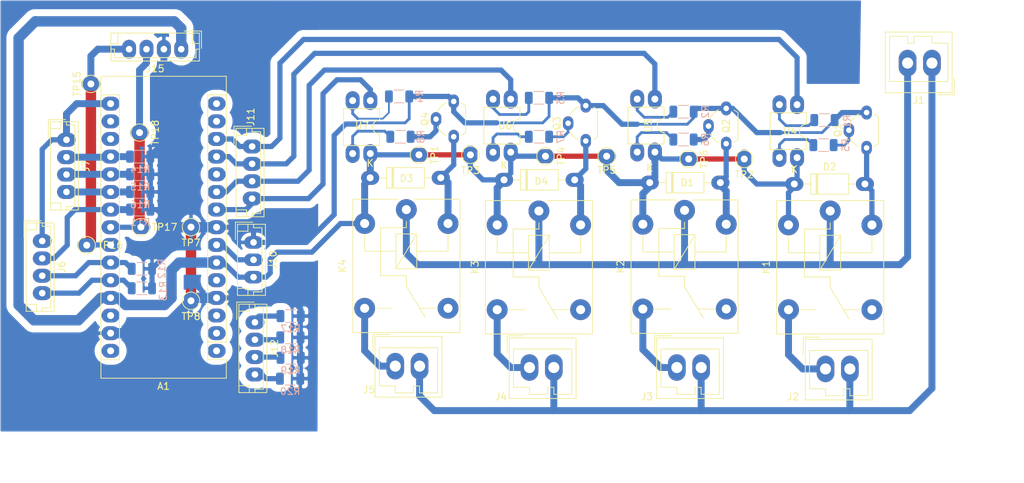
<source format=kicad_pcb>
(kicad_pcb (version 20171130) (host pcbnew "(5.1.9)-1")
  (layers (0 F.Cu signal) (31 B.Cu signal) (34 B.Paste user hide) (35 F.Paste user hide) (36 B.SilkS user) (37 F.SilkS user) (38 B.Mask user) (39 F.Mask user hide) (44 Edge.Cuts user hide))
  (net 0 "")
  (net 1 Neutral)
  (net 2 Live)
  (net 3 "Net-(Q1-Pad2)")
  (net 4 GND)
  (net 5 "Net-(Q2-Pad2)")
  (net 6 "Net-(Q3-Pad2)")
  (net 7 "Net-(Q4-Pad2)")
  (net 8 "Net-(R1-Pad1)")
  (net 9 "Net-(R2-Pad1)")
  (net 10 "Net-(R3-Pad1)")
  (net 11 "Net-(R4-Pad1)")
  (net 12 "Net-(R5-Pad1)")
  (net 13 "Net-(R6-Pad1)")
  (net 14 "Net-(R7-Pad1)")
  (net 15 "Net-(R8-Pad1)")
  (net 16 Sensor1_0)
  (net 17 Sensor1_1)
  (net 18 Sensor1_2)
  (net 19 Sensor2_0)
  (net 20 Sensor_enable)
  (net 21 I2C_SDA)
  (net 22 DHT)
  (net 23 I2C_SCL)
  (net 24 Light_pin)
  (net 25 Sensor2_1)
  (net 26 Mist_Motor)
  (net 27 Sensor2_2)
  (net 28 +5V)
  (net 29 Plant_Motor)
  (net 30 Bucket_Motor)
  (net 31 "Net-(J12-Pad1)")
  (net 32 "Net-(J12-Pad2)")
  (net 33 "Net-(J12-Pad3)")
  (net 34 "Net-(J12-Pad4)")
  (net 35 "Net-(J2-Pad1)")
  (net 36 "Net-(J3-Pad1)")
  (net 37 "Net-(J4-Pad1)")
  (net 38 "Net-(J5-Pad1)")
  (net 39 "Net-(D1-Pad2)")
  (net 40 "Net-(D2-Pad2)")
  (net 41 "Net-(D3-Pad2)")
  (net 42 "Net-(D4-Pad2)")
  (module Connector_Wago:Wago_734-132_1x02_P3.50mm_Vertical (layer F.Cu) (at 198.3 154.8)
    (fp_text reference J3 (at -4.3 4.2) (layer F.SilkS))
    (fp_text value Mist_Motor)
    (pad 2 thru_hole oval (at 3.5 0) (size 2.54 3.81) (drill 1.6) (layers *.Cu *.Mask) (net 1 Neutral))
    (pad 1 thru_hole oval (at 0 0) (size 2.54 3.81) (drill 1.6) (layers *.Cu *.Mask) (net 36 "Net-(J3-Pad1)"))
  )
  (module Package_TO_SOT_THT:TO-92L_Wide (layer F.Cu) (at 225.6 123.2 90)
    (fp_text reference Q1 (at 2.55 -4.15 90) (layer F.SilkS))
    (fp_text value BC547)
    (pad 1 thru_hole oval (at 0 0 90) (size 2 1.5) (drill 0.8) (layers *.Cu *.Mask) (net 40 "Net-(D2-Pad2)"))
    (pad 3 thru_hole oval (at 5.08 0 90) (size 2 1.5) (drill 0.8) (layers *.Cu *.Mask) (net 4 GND))
    (pad 2 thru_hole oval (at 2.54 -2.54 90) (size 2 1.5) (drill 0.8) (layers *.Cu *.Mask) (net 3 "Net-(Q1-Pad2)"))
  )
  (module Package_TO_SOT_THT:TO-92L_Wide (layer F.Cu) (at 166.2 121.6 90)
    (fp_text reference Q4 (at 2.55 -4.15 90) (layer F.SilkS))
    (fp_text value BC547)
    (pad 1 thru_hole oval (at 0 0 90) (size 2 1.5) (drill 0.8) (layers *.Cu *.Mask) (net 41 "Net-(D3-Pad2)"))
    (pad 3 thru_hole oval (at 5.08 0 90) (size 2 1.5) (drill 0.8) (layers *.Cu *.Mask) (net 4 GND))
    (pad 2 thru_hole oval (at 2.54 -2.54 90) (size 2 1.5) (drill 0.8) (layers *.Cu *.Mask) (net 7 "Net-(Q4-Pad2)"))
  )
  (module Package_TO_SOT_THT:TO-92L_Wide (layer F.Cu) (at 185.2 122.2 90)
    (fp_text reference Q3 (at 2.55 -4.15 90) (layer F.SilkS))
    (fp_text value BC547)
    (pad 1 thru_hole oval (at 0 0 90) (size 2 1.5) (drill 0.8) (layers *.Cu *.Mask) (net 42 "Net-(D4-Pad2)"))
    (pad 3 thru_hole oval (at 5.08 0 90) (size 2 1.5) (drill 0.8) (layers *.Cu *.Mask) (net 4 GND))
    (pad 2 thru_hole oval (at 2.54 -2.54 90) (size 2 1.5) (drill 0.8) (layers *.Cu *.Mask) (net 6 "Net-(Q3-Pad2)"))
  )
  (module Package_TO_SOT_THT:TO-92L_Wide (layer F.Cu) (at 205.4 122.6 90)
    (fp_text reference Q2 (at 2.55 0 90) (layer F.SilkS))
    (fp_text value BC547)
    (pad 1 thru_hole oval (at 0 0 90) (size 2 1.5) (drill 0.8) (layers *.Cu *.Mask) (net 39 "Net-(D1-Pad2)"))
    (pad 3 thru_hole oval (at 5.08 0 90) (size 2 1.5) (drill 0.8) (layers *.Cu *.Mask) (net 4 GND))
    (pad 2 thru_hole oval (at 2.54 -2.54 90) (size 2 1.5) (drill 0.8) (layers *.Cu *.Mask) (net 5 "Net-(Q2-Pad2)"))
  )
  (module Connector_Pin:Pin_D1.0mm_L10.0mm (layer F.Cu) (at 121 121 90)
    (fp_text reference TP18 (at 0 2.25 90) (layer F.SilkS))
    (fp_text value 5V)
    (pad 1 thru_hole oval (at 0 0 90) (size 2 2.7) (drill 1) (layers *.Cu *.Mask) (net 21 I2C_SDA))
  )
  (module Connector_Pin:Pin_D1.0mm_L10.0mm (layer F.Cu) (at 121.2 134.6 90)
    (fp_text reference TP17 (at 0 3.4 180) (layer F.SilkS))
    (fp_text value 5V)
    (pad 1 thru_hole oval (at 0 0 90) (size 2 2.7) (drill 1) (layers *.Cu *.Mask) (net 21 I2C_SDA))
  )
  (module Connector_Pin:Pin_D1.0mm_L10.0mm (layer F.Cu) (at 113.4 137.2 90)
    (fp_text reference TP16 (at 0 3.4 180) (layer F.SilkS))
    (fp_text value 5V)
    (pad 1 thru_hole oval (at 0 0 90) (size 2 2.7) (drill 1) (layers *.Cu *.Mask) (net 23 I2C_SCL))
  )
  (module Connector_Pin:Pin_D1.0mm_L10.0mm (layer F.Cu) (at 114 114 90)
    (fp_text reference TP15 (at 0 -2 90) (layer F.SilkS))
    (fp_text value 5V)
    (pad 1 thru_hole oval (at 0 0 90) (size 2 2.7) (drill 1) (layers *.Cu *.Mask) (net 23 I2C_SCL))
  )
  (module Connector_Pin:Pin_D1.0mm_L10.0mm (layer F.Cu) (at 128.4 145.2)
    (fp_text reference TP8 (at 0 2.25) (layer F.SilkS))
    (fp_text value 5V)
    (pad 1 thru_hole oval (at 0 0) (size 2 2.7) (drill 1) (layers *.Cu *.Mask) (net 4 GND))
  )
  (module Connector_Pin:Pin_D1.0mm_L10.0mm (layer F.Cu) (at 128.4 134.6)
    (fp_text reference TP7 (at 0 2.25) (layer F.SilkS))
    (fp_text value 5V)
    (pad 1 thru_hole oval (at 0 0) (size 2 2.7) (drill 1) (layers *.Cu *.Mask) (net 4 GND))
  )
  (module Connector_Pin:Pin_D1.0mm_L10.0mm (layer F.Cu) (at 200 124.8 90)
    (fp_text reference TP6 (at 0 2.25 90) (layer F.SilkS))
    (fp_text value 5V)
    (pad 1 thru_hole oval (at 0 0 90) (size 2 2.7) (drill 1) (layers *.Cu *.Mask) (net 28 +5V))
  )
  (module Connector_Pin:Pin_D1.0mm_L10.0mm (layer F.Cu) (at 188.2 124.4 90)
    (fp_text reference TP5 (at -2 0 180) (layer F.SilkS))
    (fp_text value 5V)
    (pad 1 thru_hole oval (at 0 0 90) (size 2 2.7) (drill 1) (layers *.Cu *.Mask) (net 28 +5V))
  )
  (module Connector_Pin:Pin_D1.0mm_L10.0mm (layer F.Cu) (at 179.4 124.4 90)
    (fp_text reference TP4 (at 0 2.25 90) (layer F.SilkS))
    (fp_text value 5V)
    (pad 1 thru_hole oval (at 0 0 90) (size 2 2.7) (drill 1) (layers *.Cu *.Mask) (net 28 +5V))
  )
  (module Connector_Pin:Pin_D1.0mm_L10.0mm (layer F.Cu) (at 168.6 124.2)
    (fp_text reference TP3 (at 0 2.25) (layer F.SilkS))
    (fp_text value 5V)
    (pad 1 thru_hole oval (at 0 0) (size 2 2.7) (drill 1) (layers *.Cu *.Mask) (net 28 +5V))
  )
  (module Connector_Pin:Pin_D1.0mm_L10.0mm (layer F.Cu) (at 208 124.8)
    (fp_text reference TP2 (at 0 2.25) (layer F.SilkS))
    (fp_text value 5V)
    (pad 1 thru_hole oval (at 0 0) (size 2 2.7) (drill 1) (layers *.Cu *.Mask) (net 28 +5V))
  )
  (module Connector_Pin:Pin_D1.0mm_L10.0mm (layer F.Cu) (at 161.2 124.2 90)
    (fp_text reference TP1 (at 0 2.25 90) (layer F.SilkS))
    (fp_text value 5V)
    (pad 1 thru_hole oval (at 0 0 90) (size 2 2.7) (drill 1) (layers *.Cu *.Mask) (net 28 +5V))
  )
  (module Package_DIP:DIP-4_W7.62mm (layer F.Cu) (at 195.14 116.18 270)
    (fp_text reference U5 (at 3.82 0.94 90) (layer F.SilkS))
    (fp_text value SFH617A-1)
    (pad 4 thru_hole oval (at 7.62 0 270) (size 2.7 2) (drill 1) (layers *.Cu *.Mask) (net 28 +5V))
    (pad 2 thru_hole oval (at 0 2.54 270) (size 2.7 2) (drill 1) (layers *.Cu *.Mask) (net 9 "Net-(R2-Pad1)"))
    (pad 3 thru_hole oval (at 7.62 2.54 270) (size 2.7 2) (drill 1) (layers *.Cu *.Mask) (net 13 "Net-(R6-Pad1)"))
    (pad 1 thru_hole oval (at 0 0 270) (size 2.7 2) (drill 1) (layers *.Cu *.Mask) (net 29 Plant_Motor))
  )
  (module Diode_THT:D_DO-41_SOD81_P10.16mm_Horizontal (layer F.Cu) (at 215.2 128.4)
    (fp_text reference D2 (at 5.08 -2.47) (layer F.SilkS))
    (fp_text value 1N4007)
    (fp_text user K (at 0 -2.1) (layer F.SilkS))
    (pad 2 thru_hole oval (at 10.16 0) (size 2.6 2) (drill 1) (layers *.Cu *.Mask) (net 40 "Net-(D2-Pad2)"))
    (pad 1 thru_hole oval (at 0 0) (size 2.6 2) (drill 1) (layers *.Cu *.Mask) (net 28 +5V))
  )
  (module Diode_THT:D_DO-41_SOD81_P10.16mm_Horizontal (layer F.Cu) (at 173.44 127.8)
    (fp_text reference D4 (at 5.36 0.2) (layer F.SilkS))
    (fp_text value 1N4007)
    (fp_text user K (at 0 -2.1) (layer F.SilkS))
    (pad 2 thru_hole oval (at 10.16 0) (size 2.6 2) (drill 1) (layers *.Cu *.Mask) (net 42 "Net-(D4-Pad2)"))
    (pad 1 thru_hole oval (at 0 0) (size 2.6 2) (drill 1) (layers *.Cu *.Mask) (net 28 +5V))
  )
  (module Diode_THT:D_DO-41_SOD81_P10.16mm_Horizontal (layer F.Cu) (at 154.178 127.508)
    (fp_text reference D3 (at 5.222 0.092) (layer F.SilkS))
    (fp_text value 1N4007)
    (fp_text user K (at 0 -2.1) (layer F.SilkS))
    (pad 2 thru_hole oval (at 10.16 0) (size 2.6 2) (drill 1) (layers *.Cu *.Mask) (net 41 "Net-(D3-Pad2)"))
    (pad 1 thru_hole oval (at 0 0) (size 2.6 2) (drill 1) (layers *.Cu *.Mask) (net 28 +5V))
  )
  (module Diode_THT:D_DO-41_SOD81_P10.16mm_Horizontal (layer F.Cu) (at 194.4 128.2)
    (fp_text reference D1 (at 5.4 0) (layer F.SilkS))
    (fp_text value 1N4007)
    (fp_text user K (at 0 -2.1) (layer F.SilkS))
    (pad 2 thru_hole oval (at 10.16 0) (size 2.6 2) (drill 1) (layers *.Cu *.Mask) (net 39 "Net-(D1-Pad2)"))
    (pad 1 thru_hole oval (at 0 0) (size 2.6 2) (drill 1) (layers *.Cu *.Mask) (net 28 +5V))
  )
  (module Connector_Wago:Wago_734-132_1x02_P3.50mm_Vertical (layer F.Cu) (at 157.79 154.6)
    (fp_text reference J5 (at -3.79 3.4) (layer F.SilkS))
    (fp_text value Lights)
    (pad 2 thru_hole oval (at 3.5 0) (size 2.54 3.81) (drill 1.6) (layers *.Cu *.Mask) (net 1 Neutral))
    (pad 1 thru_hole oval (at 0 0) (size 2.54 3.81) (drill 1.6) (layers *.Cu *.Mask) (net 38 "Net-(J5-Pad1)"))
  )
  (module Connector_Wago:Wago_734-132_1x02_P3.50mm_Vertical (layer F.Cu) (at 219.69 155)
    (fp_text reference J2 (at -4.69 4) (layer F.SilkS))
    (fp_text value Plant_Motor)
    (pad 2 thru_hole oval (at 3.5 0) (size 2.54 3.81) (drill 1.6) (layers *.Cu *.Mask) (net 1 Neutral))
    (pad 1 thru_hole oval (at 0 0) (size 2.54 3.81) (drill 1.6) (layers *.Cu *.Mask) (net 35 "Net-(J2-Pad1)"))
  )
  (module Module:Arduino_Nano (layer F.Cu) (at 132.08 152.4 180)
    (fp_text reference A1 (at 7.62 -5.08) (layer F.SilkS))
    (fp_text value Arduino_Nano_v3.x)
    (pad 1 thru_hole oval (at 0 0 180) (size 2.6 2) (drill 1) (layers *.Cu *.Mask))
    (pad 17 thru_hole oval (at 15.24 33.02 180) (size 2.6 2) (drill 1) (layers *.Cu *.Mask))
    (pad 2 thru_hole oval (at 0 2.54 180) (size 2.6 2) (drill 1) (layers *.Cu *.Mask))
    (pad 18 thru_hole oval (at 15.24 30.48 180) (size 2.6 2) (drill 1) (layers *.Cu *.Mask))
    (pad 3 thru_hole oval (at 0 5.08 180) (size 2.6 2) (drill 1) (layers *.Cu *.Mask))
    (pad 19 thru_hole oval (at 15.24 27.94 180) (size 2.6 2) (drill 1) (layers *.Cu *.Mask) (net 16 Sensor1_0))
    (pad 4 thru_hole oval (at 0 7.62 180) (size 2.6 2) (drill 1) (layers *.Cu *.Mask) (net 4 GND))
    (pad 20 thru_hole oval (at 15.24 25.4 180) (size 2.6 2) (drill 1) (layers *.Cu *.Mask) (net 17 Sensor1_1))
    (pad 5 thru_hole oval (at 0 10.16 180) (size 2.6 2) (drill 1) (layers *.Cu *.Mask))
    (pad 21 thru_hole oval (at 15.24 22.86 180) (size 2.6 2) (drill 1) (layers *.Cu *.Mask) (net 18 Sensor1_2))
    (pad 6 thru_hole oval (at 0 12.7 180) (size 2.6 2) (drill 1) (layers *.Cu *.Mask) (net 28 +5V))
    (pad 22 thru_hole oval (at 15.24 20.32 180) (size 2.6 2) (drill 1) (layers *.Cu *.Mask) (net 19 Sensor2_0))
    (pad 7 thru_hole oval (at 0 15.24 180) (size 2.6 2) (drill 1) (layers *.Cu *.Mask) (net 22 DHT))
    (pad 23 thru_hole oval (at 15.24 17.78 180) (size 2.6 2) (drill 1) (layers *.Cu *.Mask) (net 21 I2C_SDA))
    (pad 8 thru_hole oval (at 0 17.78 180) (size 2.6 2) (drill 1) (layers *.Cu *.Mask) (net 4 GND))
    (pad 24 thru_hole oval (at 15.24 15.24 180) (size 2.6 2) (drill 1) (layers *.Cu *.Mask) (net 23 I2C_SCL))
    (pad 9 thru_hole oval (at 0 20.32 180) (size 2.6 2) (drill 1) (layers *.Cu *.Mask) (net 24 Light_pin))
    (pad 25 thru_hole oval (at 15.24 12.7 180) (size 2.6 2) (drill 1) (layers *.Cu *.Mask) (net 25 Sensor2_1))
    (pad 10 thru_hole oval (at 0 22.86 180) (size 2.6 2) (drill 1) (layers *.Cu *.Mask) (net 26 Mist_Motor))
    (pad 26 thru_hole oval (at 15.24 10.16 180) (size 2.6 2) (drill 1) (layers *.Cu *.Mask) (net 27 Sensor2_2))
    (pad 11 thru_hole oval (at 0 25.4 180) (size 2.6 2) (drill 1) (layers *.Cu *.Mask))
    (pad 27 thru_hole oval (at 15.24 7.62 180) (size 2.6 2) (drill 1) (layers *.Cu *.Mask) (net 28 +5V))
    (pad 12 thru_hole oval (at 0 27.94 180) (size 2.6 2) (drill 1) (layers *.Cu *.Mask) (net 29 Plant_Motor))
    (pad 28 thru_hole oval (at 15.24 5.08 180) (size 2.6 2) (drill 1) (layers *.Cu *.Mask))
    (pad 13 thru_hole oval (at 0 30.48 180) (size 2.6 2) (drill 1) (layers *.Cu *.Mask) (net 30 Bucket_Motor))
    (pad 29 thru_hole oval (at 15.24 2.54 180) (size 2.6 2) (drill 1) (layers *.Cu *.Mask) (net 4 GND))
    (pad 14 thru_hole oval (at 0 33.02 180) (size 2.6 2) (drill 1) (layers *.Cu *.Mask))
    (pad 30 thru_hole oval (at 15.24 0 180) (size 2.6 2) (drill 1) (layers *.Cu *.Mask))
    (pad 15 thru_hole oval (at 0 35.56 180) (size 2.6 2) (drill 1) (layers *.Cu *.Mask))
    (pad 16 thru_hole oval (at 15.24 35.56 180) (size 2.6 2) (drill 1) (layers *.Cu *.Mask) (net 20 Sensor_enable))
  )
  (module Resistor_SMD:R_1206_3216Metric (layer B.Cu) (at 219.5375 119.2)
    (fp_text reference R1 (at 3.2625 0.2 90) (layer B.SilkS) (effects (justify mirror)))
    (fp_text value 1k)
    (pad 2 smd roundrect (at 1.4625 0) (size 1.125 1.75) (layers B.Cu B.Paste B.Mask) (roundrect_rratio 0.222222) (net 4 GND))
    (pad 1 smd roundrect (at -1.4625 0) (size 1.125 1.75) (layers B.Cu B.Paste B.Mask) (roundrect_rratio 0.222222) (net 8 "Net-(R1-Pad1)"))
  )
  (module Resistor_SMD:R_1206_3216Metric (layer B.Cu) (at 199.2625 118)
    (fp_text reference R2 (at 3.1375 0 270) (layer B.SilkS) (effects (justify mirror)))
    (fp_text value 1k)
    (pad 2 smd roundrect (at 1.4625 0) (size 1.125 1.75) (layers B.Cu B.Paste B.Mask) (roundrect_rratio 0.222222) (net 4 GND))
    (pad 1 smd roundrect (at -1.4625 0) (size 1.125 1.75) (layers B.Cu B.Paste B.Mask) (roundrect_rratio 0.222222) (net 9 "Net-(R2-Pad1)"))
  )
  (module Resistor_SMD:R_1206_3216Metric (layer B.Cu) (at 178.4625 116)
    (fp_text reference R3 (at 3.1375 0 90) (layer B.SilkS) (effects (justify mirror)))
    (fp_text value 1k)
    (pad 2 smd roundrect (at 1.4625 0) (size 1.125 1.75) (layers B.Cu B.Paste B.Mask) (roundrect_rratio 0.222222) (net 4 GND))
    (pad 1 smd roundrect (at -1.4625 0) (size 1.125 1.75) (layers B.Cu B.Paste B.Mask) (roundrect_rratio 0.222222) (net 10 "Net-(R3-Pad1)"))
  )
  (module Resistor_SMD:R_1206_3216Metric (layer B.Cu) (at 158.3375 115.8)
    (fp_text reference R4 (at 2.9375 0 90) (layer B.SilkS) (effects (justify mirror)))
    (fp_text value 1k)
    (pad 2 smd roundrect (at 1.4625 0) (size 1.125 1.75) (layers B.Cu B.Paste B.Mask) (roundrect_rratio 0.222222) (net 4 GND))
    (pad 1 smd roundrect (at -1.4625 0) (size 1.125 1.75) (layers B.Cu B.Paste B.Mask) (roundrect_rratio 0.222222) (net 11 "Net-(R4-Pad1)"))
  )
  (module Resistor_SMD:R_1206_3216Metric (layer B.Cu) (at 219.4 122.8)
    (fp_text reference R5 (at 3.2 0 90) (layer B.SilkS) (effects (justify mirror)))
    (fp_text value 1k)
    (pad 1 smd roundrect (at -1.4625 0) (size 1.125 1.75) (layers B.Cu B.Paste B.Mask) (roundrect_rratio 0.222222) (net 12 "Net-(R5-Pad1)"))
    (pad 2 smd roundrect (at 1.4625 0) (size 1.125 1.75) (layers B.Cu B.Paste B.Mask) (roundrect_rratio 0.222222) (net 3 "Net-(Q1-Pad2)"))
  )
  (module Resistor_SMD:R_1206_3216Metric (layer B.Cu) (at 199.2625 122)
    (fp_text reference R6 (at 3.1375 0 90) (layer B.SilkS) (effects (justify mirror)))
    (fp_text value 1k)
    (pad 1 smd roundrect (at -1.4625 0) (size 1.125 1.75) (layers B.Cu B.Paste B.Mask) (roundrect_rratio 0.222222) (net 13 "Net-(R6-Pad1)"))
    (pad 2 smd roundrect (at 1.4625 0) (size 1.125 1.75) (layers B.Cu B.Paste B.Mask) (roundrect_rratio 0.222222) (net 5 "Net-(Q2-Pad2)"))
  )
  (module Resistor_SMD:R_1206_3216Metric (layer B.Cu) (at 178.4625 121.6)
    (fp_text reference R7 (at 3.1375 0 90) (layer B.SilkS) (effects (justify mirror)))
    (fp_text value 1k)
    (pad 1 smd roundrect (at -1.4625 0) (size 1.125 1.75) (layers B.Cu B.Paste B.Mask) (roundrect_rratio 0.222222) (net 14 "Net-(R7-Pad1)"))
    (pad 2 smd roundrect (at 1.4625 0) (size 1.125 1.75) (layers B.Cu B.Paste B.Mask) (roundrect_rratio 0.222222) (net 6 "Net-(Q3-Pad2)"))
  )
  (module Resistor_SMD:R_1206_3216Metric (layer B.Cu) (at 158.5375 121.6)
    (fp_text reference R8 (at 2.9375 0 90) (layer B.SilkS) (effects (justify mirror)))
    (fp_text value 1k)
    (pad 1 smd roundrect (at -1.4625 0) (size 1.125 1.75) (layers B.Cu B.Paste B.Mask) (roundrect_rratio 0.222222) (net 15 "Net-(R8-Pad1)"))
    (pad 2 smd roundrect (at 1.4625 0) (size 1.125 1.75) (layers B.Cu B.Paste B.Mask) (roundrect_rratio 0.222222) (net 7 "Net-(Q4-Pad2)"))
  )
  (module Package_DIP:DIP-4_W7.62mm (layer F.Cu) (at 215.6 116.98 270)
    (fp_text reference U4 (at 3.82 1 180) (layer F.SilkS))
    (fp_text value SFH617A-1)
    (pad 1 thru_hole oval (at 0 0 270) (size 2.7 2) (drill 1) (layers *.Cu *.Mask) (net 30 Bucket_Motor))
    (pad 3 thru_hole oval (at 7.62 2.54 270) (size 2.7 2) (drill 1) (layers *.Cu *.Mask) (net 12 "Net-(R5-Pad1)"))
    (pad 2 thru_hole oval (at 0 2.54 270) (size 2.7 2) (drill 1) (layers *.Cu *.Mask) (net 8 "Net-(R1-Pad1)"))
    (pad 4 thru_hole oval (at 7.62 0 270) (size 2.7 2) (drill 1) (layers *.Cu *.Mask) (net 28 +5V))
  )
  (module Package_DIP:DIP-4_W7.62mm (layer F.Cu) (at 174.4 116.2 270)
    (fp_text reference U6 (at 3.81 0.8 180) (layer F.SilkS))
    (fp_text value SFH617A-1)
    (pad 4 thru_hole oval (at 7.62 0 270) (size 2.7 2) (drill 1) (layers *.Cu *.Mask) (net 28 +5V))
    (pad 2 thru_hole oval (at 0 2.54 270) (size 2.7 2) (drill 1) (layers *.Cu *.Mask) (net 10 "Net-(R3-Pad1)"))
    (pad 3 thru_hole oval (at 7.62 2.54 270) (size 2.7 2) (drill 1) (layers *.Cu *.Mask) (net 14 "Net-(R7-Pad1)"))
    (pad 1 thru_hole oval (at 0 0 270) (size 2.7 2) (drill 1) (layers *.Cu *.Mask) (net 26 Mist_Motor))
  )
  (module Package_DIP:DIP-4_W7.62mm (layer F.Cu) (at 154.2 116.4 270)
    (fp_text reference U7 (at 3.6 1.2) (layer F.SilkS))
    (fp_text value SFH617A-1)
    (pad 1 thru_hole oval (at 0 0 270) (size 2.7 2) (drill 1) (layers *.Cu *.Mask) (net 24 Light_pin))
    (pad 3 thru_hole oval (at 7.62 2.54 270) (size 2.7 2) (drill 1) (layers *.Cu *.Mask) (net 15 "Net-(R8-Pad1)"))
    (pad 2 thru_hole oval (at 0 2.54 270) (size 2.7 2) (drill 1) (layers *.Cu *.Mask) (net 11 "Net-(R4-Pad1)"))
    (pad 4 thru_hole oval (at 7.62 0 270) (size 2.7 2) (drill 1) (layers *.Cu *.Mask) (net 28 +5V))
  )
  (module Relay_THT:Relay_SPDT_Finder_36.11 (layer F.Cu) (at 220.365 132.28 270)
    (fp_text reference K1 (at 8.1 9.2 90) (layer F.SilkS))
    (fp_text value FINDER-36.11)
    (pad 11 thru_hole circle (at 0 0 270) (size 3 3) (drill 1.3) (layers *.Cu *.Mask) (net 2 Live))
    (pad A2 thru_hole circle (at 2 -6 270) (size 3 3) (drill 1.3) (layers *.Cu *.Mask) (net 40 "Net-(D2-Pad2)"))
    (pad 12 thru_hole circle (at 14.2 -6 270) (size 3 3) (drill 1.3) (layers *.Cu *.Mask))
    (pad 14 thru_hole circle (at 14.2 6 270) (size 3 3) (drill 1.3) (layers *.Cu *.Mask) (net 35 "Net-(J2-Pad1)"))
    (pad A1 thru_hole circle (at 2 6 270) (size 3 3) (drill 1.3) (layers *.Cu *.Mask) (net 28 +5V))
  )
  (module Relay_THT:Relay_SPDT_Finder_36.11 (layer F.Cu) (at 199.41 132.185 270)
    (fp_text reference K2 (at 8.1 9.2 90) (layer F.SilkS))
    (fp_text value FINDER-36.11)
    (pad 11 thru_hole circle (at 0 0 270) (size 3 3) (drill 1.3) (layers *.Cu *.Mask) (net 2 Live))
    (pad A2 thru_hole circle (at 2 -6 270) (size 3 3) (drill 1.3) (layers *.Cu *.Mask) (net 39 "Net-(D1-Pad2)"))
    (pad 12 thru_hole circle (at 14.2 -6 270) (size 3 3) (drill 1.3) (layers *.Cu *.Mask))
    (pad 14 thru_hole circle (at 14.2 6 270) (size 3 3) (drill 1.3) (layers *.Cu *.Mask) (net 36 "Net-(J3-Pad1)"))
    (pad A1 thru_hole circle (at 2 6 270) (size 3 3) (drill 1.3) (layers *.Cu *.Mask) (net 28 +5V))
  )
  (module Relay_THT:Relay_SPDT_Finder_36.11 (layer F.Cu) (at 178.455 132.28 270)
    (fp_text reference K3 (at 8.1 9.2 90) (layer F.SilkS))
    (fp_text value FINDER-36.11)
    (pad A1 thru_hole circle (at 2 6 270) (size 3 3) (drill 1.3) (layers *.Cu *.Mask) (net 28 +5V))
    (pad 14 thru_hole circle (at 14.2 6 270) (size 3 3) (drill 1.3) (layers *.Cu *.Mask) (net 37 "Net-(J4-Pad1)"))
    (pad 12 thru_hole circle (at 14.2 -6 270) (size 3 3) (drill 1.3) (layers *.Cu *.Mask))
    (pad A2 thru_hole circle (at 2 -6 270) (size 3 3) (drill 1.3) (layers *.Cu *.Mask) (net 42 "Net-(D4-Pad2)"))
    (pad 11 thru_hole circle (at 0 0 270) (size 3 3) (drill 1.3) (layers *.Cu *.Mask) (net 2 Live))
  )
  (module Relay_THT:Relay_SPDT_Finder_36.11 (layer F.Cu) (at 159.385 132.08 270)
    (fp_text reference K4 (at 8.1 9.2 90) (layer F.SilkS))
    (fp_text value FINDER-36.11)
    (pad A1 thru_hole circle (at 2 6 270) (size 3 3) (drill 1.3) (layers *.Cu *.Mask) (net 28 +5V))
    (pad 14 thru_hole circle (at 14.2 6 270) (size 3 3) (drill 1.3) (layers *.Cu *.Mask) (net 38 "Net-(J5-Pad1)"))
    (pad 12 thru_hole circle (at 14.2 -6 270) (size 3 3) (drill 1.3) (layers *.Cu *.Mask))
    (pad A2 thru_hole circle (at 2 -6 270) (size 3 3) (drill 1.3) (layers *.Cu *.Mask) (net 41 "Net-(D3-Pad2)"))
    (pad 11 thru_hole circle (at 0 0 270) (size 3 3) (drill 1.3) (layers *.Cu *.Mask) (net 2 Live))
  )
  (module Connector_Wago:Wago_734-132_1x02_P3.50mm_Vertical (layer F.Cu) (at 235 111 180)
    (fp_text reference J1 (at 1.9 -5.35) (layer F.SilkS))
    (fp_text value Mains_Power)
    (pad 2 thru_hole oval (at 3.5 0 180) (size 2.54 3.81) (drill 1.6) (layers *.Cu *.Mask) (net 2 Live))
    (pad 1 thru_hole oval (at 0 0 180) (size 2.54 3.81) (drill 1.6) (layers *.Cu *.Mask) (net 1 Neutral))
  )
  (module Connector_Wago:Wago_734-132_1x02_P3.50mm_Vertical (layer F.Cu) (at 177.1 154.8)
    (fp_text reference J4 (at -4.1 4.2) (layer F.SilkS))
    (fp_text value Bucket_Motor)
    (pad 1 thru_hole oval (at 0 0) (size 2.54 3.81) (drill 1.6) (layers *.Cu *.Mask) (net 37 "Net-(J4-Pad1)"))
    (pad 2 thru_hole oval (at 3.5 0) (size 2.54 3.81) (drill 1.6) (layers *.Cu *.Mask) (net 1 Neutral))
  )
  (module Connector_JST:JST_EH_B4B-EH-A_1x04_P2.50mm_Vertical (layer F.Cu) (at 107 136.6 270)
    (fp_text reference J6 (at 3.75 -2.8 90) (layer F.SilkS))
    (fp_text value Sensor_2)
    (pad 1 thru_hole oval (at 0 0 270) (size 2 2.7) (drill 0.95) (layers *.Cu *.Mask) (net 20 Sensor_enable))
    (pad 2 thru_hole oval (at 2.5 0 270) (size 2 2.7) (drill 0.95) (layers *.Cu *.Mask) (net 19 Sensor2_0))
    (pad 3 thru_hole oval (at 5 0 270) (size 2 2.7) (drill 0.95) (layers *.Cu *.Mask) (net 25 Sensor2_1))
    (pad 4 thru_hole oval (at 7.5 0 270) (size 2 2.7) (drill 0.95) (layers *.Cu *.Mask) (net 27 Sensor2_2))
  )
  (module Connector_JST:JST_EH_B4B-EH-A_1x04_P2.50mm_Vertical (layer F.Cu) (at 110.49 122.04 270)
    (fp_text reference J7 (at 3.75 -2.8 90) (layer F.SilkS))
    (fp_text value Sensor_1)
    (pad 1 thru_hole oval (at 0 0 270) (size 2 2.7) (drill 0.95) (layers *.Cu *.Mask) (net 20 Sensor_enable))
    (pad 2 thru_hole oval (at 2.5 0 270) (size 2 2.7) (drill 0.95) (layers *.Cu *.Mask) (net 16 Sensor1_0))
    (pad 3 thru_hole oval (at 5 0 270) (size 2 2.7) (drill 0.95) (layers *.Cu *.Mask) (net 17 Sensor1_1))
    (pad 4 thru_hole oval (at 7.5 0 270) (size 2 2.7) (drill 0.95) (layers *.Cu *.Mask) (net 18 Sensor1_2))
  )
  (module Connector_JST:JST_EH_B3B-EH-A_1x03_P2.50mm_Vertical (layer F.Cu) (at 137.4 136.8 270)
    (fp_text reference J10 (at 2.5 -2.8 90) (layer F.SilkS))
    (fp_text value DHT11)
    (pad 1 thru_hole oval (at 0 0 270) (size 1.8 2.7) (drill 0.95) (layers *.Cu *.Mask) (net 4 GND))
    (pad 2 thru_hole oval (at 2.5 0 270) (size 1.8 2.7) (drill 0.95) (layers *.Cu *.Mask) (net 22 DHT))
    (pad 3 thru_hole oval (at 5 0 270) (size 1.8 2.7) (drill 0.95) (layers *.Cu *.Mask) (net 28 +5V))
  )
  (module Connector_JST:JST_EH_B4B-EH-A_1x04_P2.50mm_Vertical (layer F.Cu) (at 137.2 123 270)
    (fp_text reference J11 (at -4.25 0.2 90) (layer F.SilkS))
    (fp_text value LED_A)
    (pad 4 thru_hole oval (at 7.5 0 270) (size 2 2.7) (drill 0.95) (layers *.Cu *.Mask) (net 24 Light_pin))
    (pad 3 thru_hole oval (at 5 0 270) (size 2 2.7) (drill 0.95) (layers *.Cu *.Mask) (net 26 Mist_Motor))
    (pad 2 thru_hole oval (at 2.5 0 270) (size 2 2.7) (drill 0.95) (layers *.Cu *.Mask) (net 29 Plant_Motor))
    (pad 1 thru_hole oval (at 0 0 270) (size 2 2.7) (drill 0.95) (layers *.Cu *.Mask) (net 30 Bucket_Motor))
  )
  (module Connector_JST:JST_EH_B4B-EH-A_1x04_P2.50mm_Vertical (layer F.Cu) (at 137.6 148.3 270)
    (fp_text reference J12 (at 3.75 -2.8 90) (layer F.SilkS))
    (fp_text value LED_K)
    (pad 1 thru_hole oval (at 0 0 270) (size 2 2.7) (drill 0.95) (layers *.Cu *.Mask) (net 31 "Net-(J12-Pad1)"))
    (pad 2 thru_hole oval (at 2.5 0 270) (size 2 2.7) (drill 0.95) (layers *.Cu *.Mask) (net 32 "Net-(J12-Pad2)"))
    (pad 3 thru_hole oval (at 5 0 270) (size 2 2.7) (drill 0.95) (layers *.Cu *.Mask) (net 33 "Net-(J12-Pad3)"))
    (pad 4 thru_hole oval (at 7.5 0 270) (size 2 2.7) (drill 0.95) (layers *.Cu *.Mask) (net 34 "Net-(J12-Pad4)"))
  )
  (module Connector_JST:JST_EH_B4B-EH-A_1x04_P2.50mm_Vertical (layer F.Cu) (at 127 109 180)
    (fp_text reference J15 (at 3.75 -2.8) (layer F.SilkS))
    (fp_text value I2C_LCD)
    (pad 4 thru_hole oval (at 7.5 0 180) (size 2 2.7) (drill 0.95) (layers *.Cu *.Mask) (net 23 I2C_SCL))
    (pad 3 thru_hole oval (at 5 0 180) (size 2 2.7) (drill 0.95) (layers *.Cu *.Mask) (net 21 I2C_SDA))
    (pad 2 thru_hole oval (at 2.5 0 180) (size 2 2.7) (drill 0.95) (layers *.Cu *.Mask) (net 4 GND))
    (pad 1 thru_hole oval (at 0 0 180) (size 2 2.7) (drill 0.95) (layers *.Cu *.Mask) (net 28 +5V))
  )
  (module Resistor_SMD:R_1206_3216Metric (layer B.Cu) (at 121.0925 132.08)
    (fp_text reference R11 (at 0 1.82) (layer B.SilkS) (effects (justify mirror)))
    (fp_text value 47k)
    (pad 1 smd roundrect (at -1.4625 0) (size 1.125 1.75) (layers B.Cu B.Paste B.Mask) (roundrect_rratio 0.222222) (net 19 Sensor2_0))
    (pad 2 smd roundrect (at 1.4625 0) (size 1.125 1.75) (layers B.Cu B.Paste B.Mask) (roundrect_rratio 0.222222) (net 4 GND))
  )
  (module Resistor_SMD:R_1206_3216Metric (layer B.Cu) (at 121.3375 140.6)
    (fp_text reference R12 (at 2.8625 0 90) (layer B.SilkS) (effects (justify mirror)))
    (fp_text value 47k)
    (pad 1 smd roundrect (at -1.4625 0) (size 1.125 1.75) (layers B.Cu B.Paste B.Mask) (roundrect_rratio 0.222222) (net 25 Sensor2_1))
    (pad 2 smd roundrect (at 1.4625 0) (size 1.125 1.75) (layers B.Cu B.Paste B.Mask) (roundrect_rratio 0.222222) (net 4 GND))
  )
  (module Resistor_SMD:R_1206_3216Metric (layer B.Cu) (at 121.3375 143.4)
    (fp_text reference R13 (at 3.0625 0.4 90) (layer B.SilkS) (effects (justify mirror)))
    (fp_text value 47k)
    (pad 2 smd roundrect (at 1.4625 0) (size 1.125 1.75) (layers B.Cu B.Paste B.Mask) (roundrect_rratio 0.222222) (net 4 GND))
    (pad 1 smd roundrect (at -1.4625 0) (size 1.125 1.75) (layers B.Cu B.Paste B.Mask) (roundrect_rratio 0.222222) (net 27 Sensor2_2))
  )
  (module Resistor_SMD:R_1206_3216Metric (layer B.Cu) (at 121.0925 124.46)
    (fp_text reference R14 (at 0 1.82) (layer B.SilkS) (effects (justify mirror)))
    (fp_text value 47k)
    (pad 2 smd roundrect (at 1.4625 0) (size 1.125 1.75) (layers B.Cu B.Paste B.Mask) (roundrect_rratio 0.222222) (net 4 GND))
    (pad 1 smd roundrect (at -1.4625 0) (size 1.125 1.75) (layers B.Cu B.Paste B.Mask) (roundrect_rratio 0.222222) (net 16 Sensor1_0))
  )
  (module Resistor_SMD:R_1206_3216Metric (layer B.Cu) (at 121.0925 127)
    (fp_text reference R15 (at 0 1.82) (layer B.SilkS) (effects (justify mirror)))
    (fp_text value 47k)
    (pad 2 smd roundrect (at 1.4625 0) (size 1.125 1.75) (layers B.Cu B.Paste B.Mask) (roundrect_rratio 0.222222) (net 4 GND))
    (pad 1 smd roundrect (at -1.4625 0) (size 1.125 1.75) (layers B.Cu B.Paste B.Mask) (roundrect_rratio 0.222222) (net 17 Sensor1_1))
  )
  (module Resistor_SMD:R_1206_3216Metric (layer B.Cu) (at 121.0925 129.54)
    (fp_text reference R16 (at 0 1.82) (layer B.SilkS) (effects (justify mirror)))
    (fp_text value 47k)
    (pad 1 smd roundrect (at -1.4625 0) (size 1.125 1.75) (layers B.Cu B.Paste B.Mask) (roundrect_rratio 0.222222) (net 18 Sensor1_2))
    (pad 2 smd roundrect (at 1.4625 0) (size 1.125 1.75) (layers B.Cu B.Paste B.Mask) (roundrect_rratio 0.222222) (net 4 GND))
  )
  (module Resistor_SMD:R_1206_3216Metric (layer B.Cu) (at 142.7375 147.4)
    (fp_text reference R17 (at 0 1.82) (layer B.SilkS) (effects (justify mirror)))
    (fp_text value 1k)
    (pad 1 smd roundrect (at -1.4625 0) (size 1.125 1.75) (layers B.Cu B.Paste B.Mask) (roundrect_rratio 0.222222) (net 31 "Net-(J12-Pad1)"))
    (pad 2 smd roundrect (at 1.4625 0) (size 1.125 1.75) (layers B.Cu B.Paste B.Mask) (roundrect_rratio 0.222222) (net 4 GND))
  )
  (module Resistor_SMD:R_1206_3216Metric (layer B.Cu) (at 142.705001 150.470001)
    (fp_text reference R18 (at 0 1.82) (layer B.SilkS) (effects (justify mirror)))
    (fp_text value 1k)
    (pad 2 smd roundrect (at 1.4625 0) (size 1.125 1.75) (layers B.Cu B.Paste B.Mask) (roundrect_rratio 0.222222) (net 4 GND))
    (pad 1 smd roundrect (at -1.4625 0) (size 1.125 1.75) (layers B.Cu B.Paste B.Mask) (roundrect_rratio 0.222222) (net 32 "Net-(J12-Pad2)"))
  )
  (module Resistor_SMD:R_1206_3216Metric (layer B.Cu) (at 142.7375 153.4)
    (fp_text reference R19 (at 0 1.82) (layer B.SilkS) (effects (justify mirror)))
    (fp_text value 1k)
    (pad 2 smd roundrect (at 1.4625 0) (size 1.125 1.75) (layers B.Cu B.Paste B.Mask) (roundrect_rratio 0.222222) (net 4 GND))
    (pad 1 smd roundrect (at -1.4625 0) (size 1.125 1.75) (layers B.Cu B.Paste B.Mask) (roundrect_rratio 0.222222) (net 33 "Net-(J12-Pad3)"))
  )
  (module Resistor_SMD:R_1206_3216Metric (layer B.Cu) (at 142.6625 156.4)
    (fp_text reference R20 (at 0 1.82) (layer B.SilkS) (effects (justify mirror)))
    (fp_text value 1k)
    (pad 1 smd roundrect (at -1.4625 0) (size 1.125 1.75) (layers B.Cu B.Paste B.Mask) (roundrect_rratio 0.222222) (net 34 "Net-(J12-Pad4)"))
    (pad 2 smd roundrect (at 1.4625 0) (size 1.125 1.75) (layers B.Cu B.Paste B.Mask) (roundrect_rratio 0.222222) (net 4 GND))
  )
  (segment (start 161.29 154.6) (end 161.29 158.89) (width 1) (layer B.Cu) (net 1))
  (segment (start 161.29 158.89) (end 163.4 161) (width 1) (layer B.Cu) (net 1))
  (segment (start 223.19 160.81) (end 223 161) (width 1) (layer B.Cu) (net 1))
  (segment (start 223.19 155) (end 223.19 160.81) (width 1) (layer B.Cu) (net 1))
  (segment (start 223 161) (end 231.8 161) (width 1) (layer B.Cu) (net 1))
  (segment (start 201.8 154.8) (end 201.8 161) (width 1) (layer B.Cu) (net 1))
  (segment (start 201.8 161) (end 223 161) (width 1) (layer B.Cu) (net 1))
  (segment (start 180.6 160.8) (end 180.4 161) (width 1) (layer B.Cu) (net 1))
  (segment (start 180.6 154.8) (end 180.6 160.8) (width 1) (layer B.Cu) (net 1))
  (segment (start 180.4 161) (end 201.8 161) (width 1) (layer B.Cu) (net 1))
  (segment (start 163.4 161) (end 180.4 161) (width 1) (layer B.Cu) (net 1))
  (segment (start 235 157.8) (end 231.8 161) (width 1) (layer B.Cu) (net 1))
  (segment (start 235 111) (end 235 157.8) (width 1) (layer B.Cu) (net 1))
  (segment (start 159.385 132.08) (end 159.385 138.385) (width 1) (layer B.Cu) (net 2))
  (segment (start 159.385 138.385) (end 161 140) (width 1) (layer B.Cu) (net 2))
  (segment (start 220.365 139.635) (end 220 140) (width 1) (layer B.Cu) (net 2))
  (segment (start 220.365 132.28) (end 220.365 139.635) (width 1) (layer B.Cu) (net 2))
  (segment (start 220 140) (end 230.4 140) (width 1) (layer B.Cu) (net 2))
  (segment (start 199.41 139.59) (end 199 140) (width 1) (layer B.Cu) (net 2))
  (segment (start 199.41 132.185) (end 199.41 139.59) (width 1) (layer B.Cu) (net 2))
  (segment (start 199 140) (end 220 140) (width 1) (layer B.Cu) (net 2))
  (segment (start 178.455 139.945) (end 178.4 140) (width 1) (layer B.Cu) (net 2))
  (segment (start 178.4 140) (end 199 140) (width 1) (layer B.Cu) (net 2))
  (segment (start 178.455 132.28) (end 178.455 139.945) (width 1) (layer B.Cu) (net 2))
  (segment (start 161 140) (end 178.4 140) (width 1) (layer B.Cu) (net 2))
  (segment (start 231.5 138.9) (end 230.4 140) (width 1) (layer B.Cu) (net 2))
  (segment (start 231.5 111) (end 231.5 138.9) (width 1) (layer B.Cu) (net 2))
  (segment (start 223.06 120.66) (end 223.06 122.14) (width 0.4) (layer B.Cu) (net 3))
  (segment (start 222.4 122.8) (end 220.8625 122.8) (width 0.4) (layer B.Cu) (net 3))
  (segment (start 223.06 122.14) (end 222.4 122.8) (width 0.4) (layer B.Cu) (net 3))
  (segment (start 185.2 117.12) (end 184.4 116.32) (width 0.75) (layer B.Cu) (net 4))
  (segment (start 201.205 117.52) (end 200.725 118) (width 0.75) (layer B.Cu) (net 4))
  (segment (start 205.4 117.52) (end 201.205 117.52) (width 0.75) (layer B.Cu) (net 4))
  (segment (start 222.08 118.12) (end 221 119.2) (width 0.75) (layer B.Cu) (net 4))
  (segment (start 225.6 118.12) (end 222.08 118.12) (width 0.75) (layer B.Cu) (net 4))
  (segment (start 179.925 118.675) (end 179.925 116) (width 0.4) (layer B.Cu) (net 4))
  (segment (start 179 119.6) (end 179.925 118.675) (width 0.4) (layer B.Cu) (net 4))
  (segment (start 184.08 116) (end 184.4 116.32) (width 0.4) (layer B.Cu) (net 4))
  (segment (start 190.4 119.8) (end 199.8 119.8) (width 0.4) (layer B.Cu) (net 4))
  (segment (start 200.725 118.875) (end 200.725 118) (width 0.4) (layer B.Cu) (net 4))
  (segment (start 199.8 119.8) (end 200.725 118.875) (width 0.4) (layer B.Cu) (net 4))
  (segment (start 219.2 121) (end 221 119.2) (width 0.4) (layer B.Cu) (net 4))
  (segment (start 206.32 117.52) (end 209.8 121) (width 0.75) (layer B.Cu) (net 4))
  (segment (start 205.4 117.52) (end 206.32 117.52) (width 0.75) (layer B.Cu) (net 4))
  (segment (start 209.8 121) (end 213.2 121) (width 0.75) (layer B.Cu) (net 4))
  (segment (start 213.2 121) (end 219.2 121) (width 0.4) (layer B.Cu) (net 4))
  (segment (start 185.2 117.12) (end 184.08 116) (width 0.75) (layer B.Cu) (net 4))
  (segment (start 179.925 116) (end 184.08 116) (width 0.75) (layer B.Cu) (net 4))
  (segment (start 187.72 117.12) (end 190.4 119.8) (width 0.75) (layer B.Cu) (net 4))
  (segment (start 185.2 117.12) (end 187.72 117.12) (width 0.75) (layer B.Cu) (net 4))
  (segment (start 190.4 119.8) (end 192.6 119.8) (width 0.75) (layer B.Cu) (net 4))
  (segment (start 166.2 116.52) (end 166.2 118) (width 0.75) (layer B.Cu) (net 4))
  (segment (start 167.8 119.6) (end 172.4 119.6) (width 0.75) (layer B.Cu) (net 4))
  (segment (start 166.2 118) (end 167.8 119.6) (width 0.75) (layer B.Cu) (net 4))
  (segment (start 172.4 119.6) (end 179 119.6) (width 0.4) (layer B.Cu) (net 4))
  (segment (start 165.48 115.8) (end 166.2 116.52) (width 0.75) (layer B.Cu) (net 4))
  (segment (start 159.8 115.8) (end 165.48 115.8) (width 0.75) (layer B.Cu) (net 4))
  (segment (start 132.08 134.62) (end 136.82 134.62) (width 0.75) (layer B.Cu) (net 4))
  (segment (start 137.4 135.2) (end 137.4 136.8) (width 0.75) (layer B.Cu) (net 4))
  (segment (start 136.82 134.62) (end 137.4 135.2) (width 0.75) (layer B.Cu) (net 4))
  (segment (start 122.555 124.46) (end 122.555 132.08) (width 0.75) (layer B.Cu) (net 4))
  (segment (start 150.8 119.6) (end 159.2 119.6) (width 0.4) (layer B.Cu) (net 4))
  (segment (start 159.8 119) (end 159.8 115.8) (width 0.4) (layer B.Cu) (net 4))
  (segment (start 159.2 119.6) (end 159.8 119) (width 0.4) (layer B.Cu) (net 4))
  (segment (start 137.4 136.8) (end 145 136.8) (width 0.75) (layer B.Cu) (net 4))
  (segment (start 149 132.8) (end 149 121.4) (width 0.75) (layer B.Cu) (net 4))
  (segment (start 145 136.8) (end 149 132.8) (width 0.75) (layer B.Cu) (net 4))
  (segment (start 149 121.4) (end 150.6 119.8) (width 0.75) (layer B.Cu) (net 4))
  (segment (start 150.624992 119.775008) (end 152.2 119.775008) (width 0.75) (layer B.Cu) (net 4))
  (segment (start 150.6 119.8) (end 150.624992 119.775008) (width 0.75) (layer B.Cu) (net 4))
  (segment (start 122.555 132.08) (end 123.48 132.08) (width 0.75) (layer B.Cu) (net 4))
  (segment (start 123.48 132.08) (end 124.2 132.8) (width 0.75) (layer B.Cu) (net 4))
  (segment (start 124.2 139.2) (end 122.8 140.6) (width 0.75) (layer B.Cu) (net 4))
  (segment (start 124.42 134.62) (end 124.2 134.4) (width 0.75) (layer B.Cu) (net 4))
  (segment (start 124.2 134.4) (end 124.2 139.2) (width 0.75) (layer B.Cu) (net 4))
  (segment (start 124.2 132.8) (end 124.2 134.4) (width 0.75) (layer B.Cu) (net 4))
  (segment (start 122.8 143.4) (end 122.8 140.6) (width 0.75) (layer B.Cu) (net 4))
  (segment (start 116.84 149.86) (end 123.74 149.86) (width 1.5) (layer B.Cu) (net 4))
  (segment (start 128.82 144.78) (end 132.08 144.78) (width 1.5) (layer B.Cu) (net 4))
  (segment (start 123.74 149.86) (end 128.82 144.78) (width 1.5) (layer B.Cu) (net 4))
  (segment (start 132.08 134.62) (end 124.42 134.62) (width 1.5) (layer B.Cu) (net 4))
  (segment (start 128.4 134.6) (end 128.4 145.2) (width 1.5) (layer F.Cu) (net 4))
  (segment (start 144.125 147.475) (end 144.2 147.4) (width 0.75) (layer B.Cu) (net 4))
  (segment (start 144.125 156.4) (end 144.125 147.475) (width 0.75) (layer B.Cu) (net 4))
  (segment (start 144.2 147.4) (end 144.2 146.4) (width 0.75) (layer B.Cu) (net 4))
  (segment (start 142.58 144.78) (end 132.08 144.78) (width 0.75) (layer B.Cu) (net 4))
  (segment (start 144.2 146.4) (end 142.58 144.78) (width 0.75) (layer B.Cu) (net 4))
  (segment (start 124.5 122.515) (end 122.555 124.46) (width 1) (layer B.Cu) (net 4))
  (segment (start 124.5 109) (end 124.5 122.515) (width 1) (layer B.Cu) (net 4))
  (segment (start 202.86 120.06) (end 202.86 121.34) (width 0.75) (layer B.Cu) (net 5))
  (segment (start 202.2 122) (end 200.725 122) (width 0.75) (layer B.Cu) (net 5))
  (segment (start 202.86 121.34) (end 202.2 122) (width 0.75) (layer B.Cu) (net 5))
  (segment (start 179.925 121.6) (end 182 121.6) (width 0.4) (layer B.Cu) (net 6))
  (segment (start 182.66 120.94) (end 182.66 119.66) (width 0.4) (layer B.Cu) (net 6))
  (segment (start 182 121.6) (end 182.66 120.94) (width 0.4) (layer B.Cu) (net 6))
  (segment (start 160 121.6) (end 162.8 121.6) (width 0.75) (layer B.Cu) (net 7))
  (segment (start 163.66 120.74) (end 163.66 119.06) (width 0.75) (layer B.Cu) (net 7))
  (segment (start 162.8 121.6) (end 163.66 120.74) (width 0.75) (layer B.Cu) (net 7))
  (segment (start 218.075 119.2) (end 217.275 120) (width 0.4) (layer B.Cu) (net 8))
  (segment (start 217.275 120) (end 214 120) (width 0.4) (layer B.Cu) (net 8))
  (segment (start 213.06 119.06) (end 213.06 116.98) (width 0.4) (layer B.Cu) (net 8))
  (segment (start 214 120) (end 213.06 119.06) (width 0.4) (layer B.Cu) (net 8))
  (segment (start 192.6 116.18) (end 192.6 117.8) (width 0.4) (layer B.Cu) (net 9))
  (segment (start 192.6 117.8) (end 193.6 118.8) (width 0.4) (layer B.Cu) (net 9))
  (segment (start 197 118.8) (end 197.8 118) (width 0.4) (layer B.Cu) (net 9))
  (segment (start 193.6 118.8) (end 197 118.8) (width 0.4) (layer B.Cu) (net 9))
  (segment (start 171.86 116.2) (end 171.86 117.46) (width 0.4) (layer B.Cu) (net 10))
  (segment (start 171.86 117.46) (end 172.8 118.4) (width 0.4) (layer B.Cu) (net 10))
  (segment (start 172.8 118.4) (end 176.6 118.4) (width 0.4) (layer B.Cu) (net 10))
  (segment (start 177 118) (end 177 116) (width 0.4) (layer B.Cu) (net 10))
  (segment (start 176.6 118.4) (end 177 118) (width 0.4) (layer B.Cu) (net 10))
  (segment (start 151.66 116.4) (end 151.66 118.26) (width 0.4) (layer B.Cu) (net 11))
  (segment (start 151.66 118.26) (end 152.4 119) (width 0.4) (layer B.Cu) (net 11))
  (segment (start 152.4 119) (end 156 119) (width 0.25) (layer B.Cu) (net 11))
  (segment (start 156.875 118.125) (end 156.875 115.8) (width 0.25) (layer B.Cu) (net 11))
  (segment (start 156 119) (end 156.875 118.125) (width 0.25) (layer B.Cu) (net 11))
  (segment (start 213.06 124.6) (end 213.06 122.74) (width 0.4) (layer B.Cu) (net 12))
  (segment (start 213.06 122.74) (end 213.8 122) (width 0.4) (layer B.Cu) (net 12))
  (segment (start 217.1375 122) (end 217.9375 122.8) (width 0.4) (layer B.Cu) (net 12))
  (segment (start 213.8 122) (end 217.1375 122) (width 0.4) (layer B.Cu) (net 12))
  (segment (start 197.8 122) (end 196.8 121) (width 0.4) (layer B.Cu) (net 13))
  (segment (start 196.8 121) (end 193.2 121) (width 0.4) (layer B.Cu) (net 13))
  (segment (start 193.2 121) (end 192.6 121.6) (width 0.4) (layer B.Cu) (net 13))
  (segment (start 192.6 121.6) (end 192.6 123.8) (width 0.4) (layer B.Cu) (net 13))
  (segment (start 177 121.6) (end 175.8 121.6) (width 0.4) (layer B.Cu) (net 14))
  (segment (start 175.8 121.6) (end 175.4 121.2) (width 0.4) (layer B.Cu) (net 14))
  (segment (start 175.4 121.2) (end 172.4 121.2) (width 0.4) (layer B.Cu) (net 14))
  (segment (start 171.86 121.74) (end 171.86 123.82) (width 0.4) (layer B.Cu) (net 14))
  (segment (start 172.4 121.2) (end 171.86 121.74) (width 0.4) (layer B.Cu) (net 14))
  (segment (start 157.075 121.6) (end 156.275 120.8) (width 0.4) (layer B.Cu) (net 15))
  (segment (start 156.275 120.8) (end 152.4 120.8) (width 0.4) (layer B.Cu) (net 15))
  (segment (start 151.66 121.54) (end 151.66 124.02) (width 0.4) (layer B.Cu) (net 15))
  (segment (start 152.4 120.8) (end 151.66 121.54) (width 0.4) (layer B.Cu) (net 15))
  (segment (start 116.84 124.46) (end 119.63 124.46) (width 1) (layer B.Cu) (net 16))
  (segment (start 116.76 124.54) (end 116.84 124.46) (width 1) (layer B.Cu) (net 16))
  (segment (start 110.49 124.54) (end 116.76 124.54) (width 1) (layer B.Cu) (net 16))
  (segment (start 119.63 127) (end 116.84 127) (width 1) (layer B.Cu) (net 17))
  (segment (start 110.53 127) (end 110.49 127.04) (width 1) (layer B.Cu) (net 17))
  (segment (start 116.84 127) (end 110.53 127) (width 1) (layer B.Cu) (net 17))
  (segment (start 116.84 129.54) (end 119.63 129.54) (width 1) (layer B.Cu) (net 18))
  (segment (start 110.49 129.54) (end 116.84 129.54) (width 1) (layer B.Cu) (net 18))
  (segment (start 119.63 132.08) (end 116.84 132.08) (width 1) (layer B.Cu) (net 19))
  (segment (start 107 139.1) (end 108.7 139.1) (width 0.75) (layer B.Cu) (net 19))
  (segment (start 108.7 139.1) (end 110.6 137.2) (width 0.75) (layer B.Cu) (net 19))
  (segment (start 110.6 137.2) (end 110.6 133.2) (width 0.75) (layer B.Cu) (net 19))
  (segment (start 111.72 132.08) (end 116.84 132.08) (width 0.75) (layer B.Cu) (net 19))
  (segment (start 110.6 133.2) (end 111.72 132.08) (width 0.75) (layer B.Cu) (net 19))
  (segment (start 110.49 122.04) (end 110.49 118.31) (width 1) (layer B.Cu) (net 20))
  (segment (start 111.96 116.84) (end 116.84 116.84) (width 1) (layer B.Cu) (net 20))
  (segment (start 110.49 118.31) (end 111.96 116.84) (width 1) (layer B.Cu) (net 20))
  (segment (start 107 136.6) (end 107 123.4) (width 0.75) (layer B.Cu) (net 20))
  (segment (start 108.36 122.04) (end 110.49 122.04) (width 0.75) (layer B.Cu) (net 20))
  (segment (start 107 123.4) (end 108.36 122.04) (width 0.75) (layer B.Cu) (net 20))
  (segment (start 121.18 134.62) (end 121.2 134.6) (width 0.75) (layer B.Cu) (net 21))
  (segment (start 116.84 134.62) (end 121.18 134.62) (width 0.75) (layer B.Cu) (net 21))
  (segment (start 122 109) (end 122 111) (width 1) (layer B.Cu) (net 21))
  (segment (start 121 112) (end 121 121) (width 1) (layer B.Cu) (net 21))
  (segment (start 122 111) (end 121 112) (width 1) (layer B.Cu) (net 21))
  (segment (start 121 134.4) (end 121.2 134.6) (width 1.5) (layer F.Cu) (net 21))
  (segment (start 121 121) (end 121 134.4) (width 1.5) (layer F.Cu) (net 21))
  (segment (start 132.08 137.16) (end 132.96 137.16) (width 0.75) (layer B.Cu) (net 22))
  (segment (start 135.1 139.3) (end 137.4 139.3) (width 0.75) (layer B.Cu) (net 22))
  (segment (start 132.96 137.16) (end 135.1 139.3) (width 0.75) (layer B.Cu) (net 22))
  (segment (start 113.44 137.16) (end 113.4 137.2) (width 0.75) (layer B.Cu) (net 23))
  (segment (start 116.84 137.16) (end 113.44 137.16) (width 0.75) (layer B.Cu) (net 23))
  (segment (start 119.5 109) (end 115 109) (width 1) (layer B.Cu) (net 23))
  (segment (start 114 110) (end 114 114) (width 1) (layer B.Cu) (net 23))
  (segment (start 115 109) (end 114 110) (width 1) (layer B.Cu) (net 23))
  (segment (start 114 136.6) (end 113.4 137.2) (width 1.5) (layer F.Cu) (net 23))
  (segment (start 114 114) (end 114 136.6) (width 1.5) (layer F.Cu) (net 23))
  (segment (start 137.2 130.5) (end 137.2 131.2) (width 0.75) (layer B.Cu) (net 24))
  (segment (start 136.32 132.08) (end 132.08 132.08) (width 0.75) (layer B.Cu) (net 24))
  (segment (start 137.2 131.2) (end 136.32 132.08) (width 0.75) (layer B.Cu) (net 24))
  (segment (start 145.3 130.5) (end 137.2 130.5) (width 0.75) (layer B.Cu) (net 24))
  (segment (start 147.4 128.4) (end 145.3 130.5) (width 0.75) (layer B.Cu) (net 24))
  (segment (start 147.4 115.4) (end 147.4 128.4) (width 0.75) (layer B.Cu) (net 24))
  (segment (start 149.4 113.4) (end 147.4 115.4) (width 0.75) (layer B.Cu) (net 24))
  (segment (start 152.8 113.4) (end 149.4 113.4) (width 0.75) (layer B.Cu) (net 24))
  (segment (start 154.2 114.8) (end 152.8 113.4) (width 0.75) (layer B.Cu) (net 24))
  (segment (start 154.2 116.4) (end 154.2 114.8) (width 0.75) (layer B.Cu) (net 24))
  (segment (start 118.975 139.7) (end 119.875 140.6) (width 0.75) (layer B.Cu) (net 25))
  (segment (start 116.84 139.7) (end 118.975 139.7) (width 0.75) (layer B.Cu) (net 25))
  (segment (start 107 141.6) (end 111.8 141.6) (width 0.75) (layer B.Cu) (net 25))
  (segment (start 113.7 139.7) (end 116.84 139.7) (width 0.75) (layer B.Cu) (net 25))
  (segment (start 111.8 141.6) (end 113.7 139.7) (width 0.75) (layer B.Cu) (net 25))
  (segment (start 132.08 129.54) (end 133.46 129.54) (width 0.75) (layer B.Cu) (net 26))
  (segment (start 135 128) (end 137.2 128) (width 0.75) (layer B.Cu) (net 26))
  (segment (start 133.46 129.54) (end 135 128) (width 0.75) (layer B.Cu) (net 26))
  (segment (start 137.2 128) (end 143.8 128) (width 0.75) (layer B.Cu) (net 26))
  (segment (start 143.8 128) (end 145.4 126.4) (width 0.75) (layer B.Cu) (net 26))
  (segment (start 145.4 126.4) (end 145.4 114.2) (width 0.75) (layer B.Cu) (net 26))
  (segment (start 145.4 114.2) (end 147.6 112) (width 0.75) (layer B.Cu) (net 26))
  (segment (start 147.6 112) (end 173 112) (width 0.75) (layer B.Cu) (net 26))
  (segment (start 174.4 113.4) (end 174.4 116.2) (width 0.75) (layer B.Cu) (net 26))
  (segment (start 173 112) (end 174.4 113.4) (width 0.75) (layer B.Cu) (net 26))
  (segment (start 118.715 142.24) (end 119.875 143.4) (width 0.75) (layer B.Cu) (net 27))
  (segment (start 116.84 142.24) (end 118.715 142.24) (width 0.75) (layer B.Cu) (net 27))
  (segment (start 107 144.1) (end 112.3 144.1) (width 0.75) (layer B.Cu) (net 27))
  (segment (start 114.16 142.24) (end 116.84 142.24) (width 0.75) (layer B.Cu) (net 27))
  (segment (start 112.3 144.1) (end 114.16 142.24) (width 0.75) (layer B.Cu) (net 27))
  (segment (start 154.178 127.508) (end 154.178 127.622) (width 1) (layer B.Cu) (net 28))
  (segment (start 153.385 128.415) (end 153.385 134.08) (width 1) (layer B.Cu) (net 28))
  (segment (start 154.178 127.622) (end 153.385 128.415) (width 1) (layer B.Cu) (net 28))
  (segment (start 154.2 127.486) (end 154.178 127.508) (width 1) (layer B.Cu) (net 28))
  (segment (start 154.2 124.02) (end 154.2 127.486) (width 1) (layer B.Cu) (net 28))
  (segment (start 154.38 124.2) (end 154.2 124.02) (width 0.75) (layer B.Cu) (net 28))
  (segment (start 161.2 124.2) (end 154.38 124.2) (width 0.75) (layer B.Cu) (net 28))
  (segment (start 173.44 127.8) (end 173.44 127.96) (width 1) (layer B.Cu) (net 28))
  (segment (start 172.455 128.945) (end 172.455 134.28) (width 1) (layer B.Cu) (net 28))
  (segment (start 173.44 127.96) (end 172.455 128.945) (width 1) (layer B.Cu) (net 28))
  (segment (start 174.4 126.84) (end 173.44 127.8) (width 0.75) (layer B.Cu) (net 28))
  (segment (start 174.4 123.82) (end 174.4 126.84) (width 0.75) (layer B.Cu) (net 28))
  (segment (start 168.6 124.2) (end 161.2 124.2) (width 0.75) (layer F.Cu) (net 28))
  (segment (start 168.6 124.2) (end 168.6 126) (width 0.75) (layer B.Cu) (net 28))
  (segment (start 170.4 127.8) (end 173.44 127.8) (width 0.75) (layer B.Cu) (net 28))
  (segment (start 168.6 126) (end 170.4 127.8) (width 0.75) (layer B.Cu) (net 28))
  (segment (start 174.4 123.82) (end 174.82 123.82) (width 0.75) (layer B.Cu) (net 28))
  (segment (start 175.4 124.4) (end 179.4 124.4) (width 0.75) (layer B.Cu) (net 28))
  (segment (start 174.82 123.82) (end 175.4 124.4) (width 0.75) (layer B.Cu) (net 28))
  (segment (start 194.4 128.2) (end 194.4 128.8) (width 1) (layer B.Cu) (net 28))
  (segment (start 193.41 129.79) (end 193.41 134.185) (width 1) (layer B.Cu) (net 28))
  (segment (start 194.4 128.8) (end 193.41 129.79) (width 1) (layer B.Cu) (net 28))
  (segment (start 188.2 124.4) (end 188.2 126.4) (width 1) (layer B.Cu) (net 28))
  (segment (start 190 128.2) (end 194.4 128.2) (width 1) (layer B.Cu) (net 28))
  (segment (start 188.2 126.4) (end 190 128.2) (width 1) (layer B.Cu) (net 28))
  (segment (start 195.14 127.46) (end 194.4 128.2) (width 1) (layer B.Cu) (net 28))
  (segment (start 195.14 123.8) (end 195.14 127.46) (width 1) (layer B.Cu) (net 28))
  (segment (start 196.14 124.8) (end 195.14 123.8) (width 0.75) (layer B.Cu) (net 28))
  (segment (start 200 124.8) (end 196.14 124.8) (width 0.75) (layer B.Cu) (net 28))
  (segment (start 215.2 128.4) (end 215.2 128.8) (width 0.75) (layer B.Cu) (net 28))
  (segment (start 214.365 129.635) (end 214.365 134.28) (width 0.75) (layer B.Cu) (net 28))
  (segment (start 215.2 128.8) (end 214.365 129.635) (width 0.75) (layer B.Cu) (net 28))
  (segment (start 215.6 128) (end 215.2 128.4) (width 0.75) (layer B.Cu) (net 28))
  (segment (start 215.6 124.6) (end 215.6 128) (width 0.75) (layer B.Cu) (net 28))
  (segment (start 208 124.8) (end 208 126.6) (width 0.75) (layer B.Cu) (net 28))
  (segment (start 209.8 128.4) (end 215.2 128.4) (width 0.75) (layer B.Cu) (net 28))
  (segment (start 208 126.6) (end 209.8 128.4) (width 0.75) (layer B.Cu) (net 28))
  (segment (start 208 124.8) (end 200 124.8) (width 0.75) (layer F.Cu) (net 28))
  (segment (start 179.4 124.4) (end 188.2 124.4) (width 0.75) (layer F.Cu) (net 28))
  (segment (start 153.385 134.08) (end 149.92 134.08) (width 0.75) (layer B.Cu) (net 28))
  (segment (start 149.92 134.08) (end 145.8 138.2) (width 0.75) (layer B.Cu) (net 28))
  (segment (start 145.8 138.2) (end 140.8 138.2) (width 0.75) (layer B.Cu) (net 28))
  (segment (start 140.8 138.2) (end 139.8 139.2) (width 0.75) (layer B.Cu) (net 28))
  (segment (start 139.8 139.2) (end 139.8 141.2) (width 0.75) (layer B.Cu) (net 28))
  (segment (start 139.2 141.8) (end 137.4 141.8) (width 0.75) (layer B.Cu) (net 28))
  (segment (start 139.8 141.2) (end 139.2 141.8) (width 0.75) (layer B.Cu) (net 28))
  (segment (start 125.6 143) (end 125.6 140.8) (width 1) (layer B.Cu) (net 28))
  (segment (start 117.98 144.78) (end 119 145.8) (width 1.5) (layer B.Cu) (net 28))
  (segment (start 116.84 144.78) (end 117.98 144.78) (width 1.5) (layer B.Cu) (net 28))
  (segment (start 119 145.8) (end 124.6 145.8) (width 1.5) (layer B.Cu) (net 28))
  (segment (start 125.6 144.8) (end 125.6 143) (width 0.75) (layer B.Cu) (net 28))
  (segment (start 124.6 145.8) (end 125.6 144.8) (width 1.5) (layer B.Cu) (net 28))
  (segment (start 125.6 144.8) (end 125.6 140.8) (width 1.5) (layer B.Cu) (net 28))
  (segment (start 125.6 140.8) (end 126.7 139.7) (width 1.5) (layer B.Cu) (net 28))
  (segment (start 126.7 139.7) (end 132.08 139.7) (width 1.5) (layer B.Cu) (net 28))
  (segment (start 135.2 141.8) (end 137.4 141.8) (width 0.75) (layer B.Cu) (net 28))
  (segment (start 133.1 139.7) (end 135.2 141.8) (width 0.75) (layer B.Cu) (net 28))
  (segment (start 132.08 139.7) (end 133.1 139.7) (width 0.75) (layer B.Cu) (net 28))
  (segment (start 105.8 148) (end 112.2 148) (width 1.5) (layer B.Cu) (net 28))
  (segment (start 103.6 145.8) (end 105.8 148) (width 1.5) (layer B.Cu) (net 28))
  (segment (start 103.6 107.4) (end 103.6 145.8) (width 1.5) (layer B.Cu) (net 28))
  (segment (start 112.2 148) (end 115.42 144.78) (width 1.5) (layer B.Cu) (net 28))
  (segment (start 106 105) (end 103.6 107.4) (width 1.5) (layer B.Cu) (net 28))
  (segment (start 115.42 144.78) (end 116.84 144.78) (width 1.5) (layer B.Cu) (net 28))
  (segment (start 127 109) (end 127 108.39227) (width 1.5) (layer B.Cu) (net 28))
  (segment (start 127 109) (end 127 106) (width 1.5) (layer B.Cu) (net 28))
  (segment (start 126 105) (end 106 105) (width 1.5) (layer B.Cu) (net 28))
  (segment (start 127 106) (end 126 105) (width 1.5) (layer B.Cu) (net 28))
  (segment (start 132.08 124.46) (end 133.86 124.46) (width 0.75) (layer B.Cu) (net 29))
  (segment (start 134.9 125.5) (end 137.2 125.5) (width 0.75) (layer B.Cu) (net 29))
  (segment (start 133.86 124.46) (end 134.9 125.5) (width 0.75) (layer B.Cu) (net 29))
  (segment (start 193.6 109.6) (end 195.14 111.14) (width 0.75) (layer B.Cu) (net 29))
  (segment (start 195.14 111.14) (end 195.14 116.18) (width 0.75) (layer B.Cu) (net 29))
  (segment (start 146.2 109.6) (end 193.6 109.6) (width 0.75) (layer B.Cu) (net 29))
  (segment (start 143.2 124.4) (end 143.2 112.6) (width 0.75) (layer B.Cu) (net 29))
  (segment (start 142.1 125.5) (end 143.2 124.4) (width 0.75) (layer B.Cu) (net 29))
  (segment (start 143.2 112.6) (end 146.2 109.6) (width 0.75) (layer B.Cu) (net 29))
  (segment (start 137.2 125.5) (end 142.1 125.5) (width 0.75) (layer B.Cu) (net 29))
  (segment (start 132.08 121.92) (end 134.32 121.92) (width 0.75) (layer B.Cu) (net 30))
  (segment (start 135.4 123) (end 137.2 123) (width 0.75) (layer B.Cu) (net 30))
  (segment (start 134.32 121.92) (end 135.4 123) (width 0.75) (layer B.Cu) (net 30))
  (segment (start 137.2 123) (end 140 123) (width 0.75) (layer B.Cu) (net 30))
  (segment (start 140 123) (end 141.2 121.8) (width 0.75) (layer B.Cu) (net 30))
  (segment (start 141.2 121.8) (end 141.2 111) (width 0.75) (layer B.Cu) (net 30))
  (segment (start 141.2 111) (end 144.6 107.6) (width 0.75) (layer B.Cu) (net 30))
  (segment (start 144.6 107.6) (end 213 107.6) (width 0.75) (layer B.Cu) (net 30))
  (segment (start 215.6 110.2) (end 215.6 116.98) (width 0.75) (layer B.Cu) (net 30))
  (segment (start 213 107.6) (end 215.6 110.2) (width 0.75) (layer B.Cu) (net 30))
  (segment (start 137.6 148.3) (end 137.6 148) (width 0.75) (layer B.Cu) (net 31))
  (segment (start 138.2 147.4) (end 141.275 147.4) (width 0.75) (layer B.Cu) (net 31))
  (segment (start 137.6 148) (end 138.2 147.4) (width 0.75) (layer B.Cu) (net 31))
  (segment (start 140.912502 150.8) (end 141.242501 150.470001) (width 0.75) (layer B.Cu) (net 32))
  (segment (start 137.6 150.8) (end 140.912502 150.8) (width 0.75) (layer B.Cu) (net 32))
  (segment (start 141.175 153.3) (end 141.275 153.4) (width 0.75) (layer B.Cu) (net 33))
  (segment (start 137.6 153.3) (end 141.175 153.3) (width 0.75) (layer B.Cu) (net 33))
  (segment (start 137.6 155.8) (end 138.6 155.8) (width 0.75) (layer B.Cu) (net 34))
  (segment (start 139.2 156.4) (end 141.2 156.4) (width 0.75) (layer B.Cu) (net 34))
  (segment (start 138.6 155.8) (end 139.2 156.4) (width 0.75) (layer B.Cu) (net 34))
  (segment (start 214.365 146.48) (end 214.365 152.965) (width 1) (layer B.Cu) (net 35))
  (segment (start 216.4 155) (end 219.69 155) (width 1) (layer B.Cu) (net 35))
  (segment (start 214.365 152.965) (end 216.4 155) (width 1) (layer B.Cu) (net 35))
  (segment (start 193.41 146.385) (end 193.41 152.21) (width 1) (layer B.Cu) (net 36))
  (segment (start 196 154.8) (end 198.3 154.8) (width 1) (layer B.Cu) (net 36))
  (segment (start 193.41 152.21) (end 196 154.8) (width 1) (layer B.Cu) (net 36))
  (segment (start 172.455 146.48) (end 172.455 152.855) (width 1) (layer B.Cu) (net 37))
  (segment (start 174.4 154.8) (end 177.1 154.8) (width 1) (layer B.Cu) (net 37))
  (segment (start 172.455 152.855) (end 174.4 154.8) (width 1) (layer B.Cu) (net 37))
  (segment (start 153.385 146.28) (end 153.385 152.385) (width 1) (layer B.Cu) (net 38))
  (segment (start 155.6 154.6) (end 157.79 154.6) (width 1) (layer B.Cu) (net 38))
  (segment (start 153.385 152.385) (end 155.6 154.6) (width 1) (layer B.Cu) (net 38))
  (segment (start 204.56 128.2) (end 204.56 128.56) (width 1) (layer B.Cu) (net 39))
  (segment (start 205.41 129.41) (end 205.41 134.185) (width 1) (layer B.Cu) (net 39))
  (segment (start 204.56 128.56) (end 205.41 129.41) (width 1) (layer B.Cu) (net 39))
  (segment (start 205.4 127.36) (end 204.56 128.2) (width 0.75) (layer B.Cu) (net 39))
  (segment (start 205.4 122.6) (end 205.4 127.36) (width 0.75) (layer B.Cu) (net 39))
  (segment (start 225.6 128.16) (end 225.36 128.4) (width 0.75) (layer B.Cu) (net 40))
  (segment (start 225.6 123.2) (end 225.6 128.16) (width 0.75) (layer B.Cu) (net 40))
  (segment (start 225.36 128.4) (end 225.4 128.4) (width 0.75) (layer B.Cu) (net 40))
  (segment (start 226.365 129.365) (end 226.365 134.28) (width 0.75) (layer B.Cu) (net 40))
  (segment (start 225.4 128.4) (end 226.365 129.365) (width 0.75) (layer B.Cu) (net 40))
  (segment (start 164.338 127.508) (end 164.708 127.508) (width 1) (layer B.Cu) (net 41))
  (segment (start 165.385 128.185) (end 165.385 134.08) (width 1) (layer B.Cu) (net 41))
  (segment (start 164.708 127.508) (end 165.385 128.185) (width 1) (layer B.Cu) (net 41))
  (segment (start 166.2 125.646) (end 164.338 127.508) (width 0.75) (layer B.Cu) (net 41))
  (segment (start 166.2 121.6) (end 166.2 125.646) (width 0.75) (layer B.Cu) (net 41))
  (segment (start 184.455 128.655) (end 183.6 127.8) (width 1) (layer B.Cu) (net 42))
  (segment (start 184.455 134.28) (end 184.455 128.655) (width 1) (layer B.Cu) (net 42))
  (segment (start 185.2 126.2) (end 183.6 127.8) (width 0.75) (layer B.Cu) (net 42))
  (segment (start 185.2 122.2) (end 185.2 126.2) (width 0.75) (layer B.Cu) (net 42))
  (zone (net 4) (net_name GND) (layer B.Cu) (connect_pads (clearance 1)) (min_thickness 0.254) (fill yes (arc_segments 32) (thermal_gap 0.508) (thermal_bridge_width 0.508))
    (polygon (pts (xy 146.6 164) (xy 101 164) (xy 101 102) (xy 146.8 102)))
  )
  (zone (net 4) (net_name GND) (layer B.Cu) (connect_pads (clearance 1)) (min_thickness 0.254) (fill yes (arc_segments 32) (thermal_gap 0.508) (thermal_bridge_width 0.508))
    (polygon (pts (xy 224.6 114) (xy 140 114) (xy 140 102) (xy 224.8 102)))
  )
)
</source>
